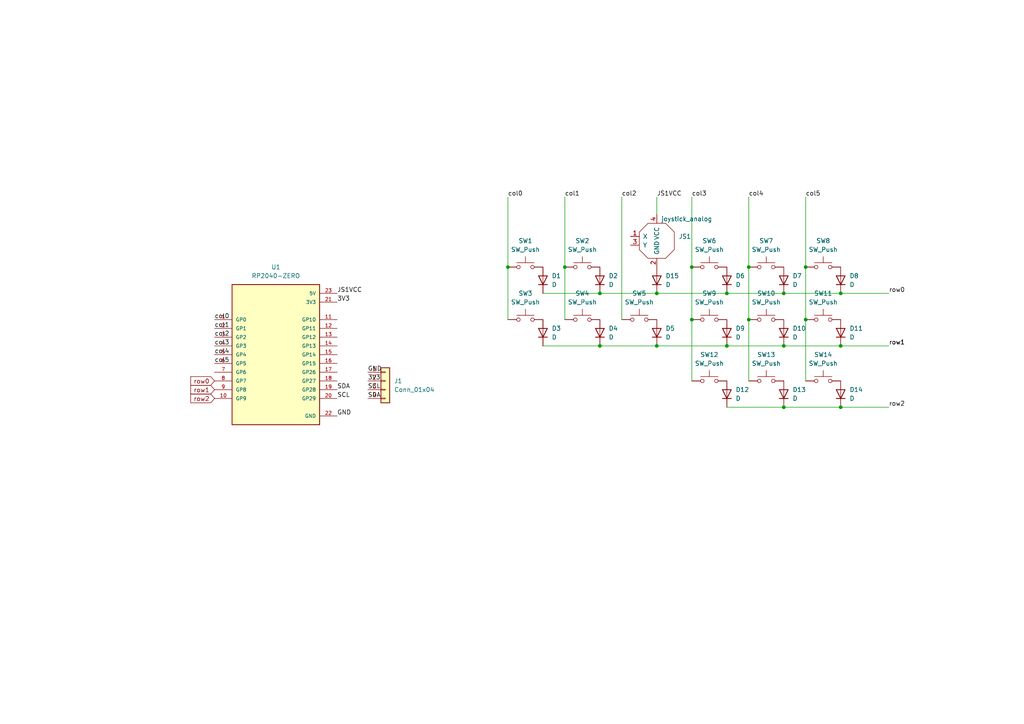
<source format=kicad_sch>
(kicad_sch (version 20250114) (generator "eeschema") (generator_version "9.0")
  (paper "A4")
  (lib_symbols
    (symbol "Connector_Generic:Conn_01x04" (pin_names (offset 1.016) (hide yes))
      (property "Reference" "J" (at 0 5.08 0))
      (property "Value" "Conn_01x04" (at 0 -7.62 0))
      (symbol "Conn_01x04_1_1"
        (rectangle (start -1.27 3.81) (end 1.27 -6.35) (stroke (width 0.254)) (fill (type background)))
        (rectangle (start -1.27 2.667) (end 0 2.413) (stroke (width 0.1524)))
        (rectangle (start -1.27 0.127) (end 0 -0.127) (stroke (width 0.1524)))
        (rectangle (start -1.27 -2.413) (end 0 -2.667) (stroke (width 0.1524)))
        (rectangle (start -1.27 -4.953) (end 0 -5.207) (stroke (width 0.1524)))
        (pin passive line (at -5.08 2.54 0) (length 3.81) (name "Pin_1") (number "1"))
        (pin passive line (at -5.08 0 0) (length 3.81) (name "Pin_2") (number "2"))
        (pin passive line (at -5.08 -2.54 0) (length 3.81) (name "Pin_3") (number "3"))
        (pin passive line (at -5.08 -5.08 0) (length 3.81) (name "Pin_4") (number "4"))
      )
    )
    (symbol "Device:D" (pin_numbers (hide yes)) (pin_names (offset 1.016) (hide yes))
      (property "Reference" "D" (at 0 2.54 0))
      (property "Value" "D" (at 0 -2.54 0))
      (symbol "D_0_1"
        (polyline (pts (xy -1.27 1.27) (xy -1.27 -1.27)) (stroke (width 0.254)))
        (polyline (pts (xy 1.27 1.27) (xy 1.27 -1.27) (xy -1.27 0) (xy 1.27 1.27)) (stroke (width 0.254)))
        (polyline (pts (xy 1.27 0) (xy -1.27 0)))
      )
      (symbol "D_1_1"
        (pin passive line (at -3.81 0 0) (length 2.54) (name "K") (number "1"))
        (pin passive line (at 3.81 0 180) (length 2.54) (name "A") (number "2"))
      )
    )
    (symbol "PCM_marbastlib-various:joystick_analog" (pin_names (offset 1.016))
      (property "Reference" "JS" (at -5.08 5.08 0))
      (property "Value" "joystick_analog" (at -8.89 7.62 0))
      (symbol "joystick_analog_0_1"
        (polyline (pts (xy -5.08 2.54) (xy -5.08 -2.54) (xy -2.54 -5.08) (xy 1.27 -5.08) (xy 2.54 -5.08) (xy 5.08 -2.54) (xy 5.08 2.54) (xy 2.54 5.08) (xy -2.54 5.08) (xy -5.08 2.54)))
      )
      (symbol "joystick_analog_1_1"
        (pin output line (at -7.62 1.27 0) (length 2.54) (name "X") (number "1"))
        (pin output line (at -7.62 -1.27 0) (length 2.54) (name "Y") (number "3"))
        (pin power_in line (at 0 7.62 270) (length 2.54) (name "VCC") (number "4"))
        (pin power_in line (at 0 -7.62 90) (length 2.54) (name "GND") (number "2"))
      )
    )
    (symbol "RP2040-ZERO:RP2040-ZERO" (pin_names (offset 1.016))
      (property "Reference" "U" (at -12.7 21.082 0))
      (property "Value" "RP2040-ZERO" (at -12.7 -22.86 0))
      (symbol "RP2040-ZERO_0_0"
        (rectangle (start -12.7 -20.32) (end 12.7 20.32) (stroke (width 0.254)) (fill (type background)))
        (pin bidirectional line (at -17.78 10.16 0) (length 5.08) (name "GP0") (number "1"))
        (pin bidirectional line (at -17.78 7.62 0) (length 5.08) (name "GP1") (number "2"))
        (pin bidirectional line (at -17.78 5.08 0) (length 5.08) (name "GP2") (number "3"))
        (pin bidirectional line (at -17.78 2.54 0) (length 5.08) (name "GP3") (number "4"))
        (pin bidirectional line (at -17.78 0 0) (length 5.08) (name "GP4") (number "5"))
        (pin bidirectional line (at -17.78 -2.54 0) (length 5.08) (name "GP5") (number "6"))
        (pin bidirectional line (at -17.78 -5.08 0) (length 5.08) (name "GP6") (number "7"))
        (pin bidirectional line (at -17.78 -7.62 0) (length 5.08) (name "GP7") (number "8"))
        (pin bidirectional line (at -17.78 -10.16 0) (length 5.08) (name "GP8") (number "9"))
        (pin bidirectional line (at -17.78 -12.7 0) (length 5.08) (name "GP9") (number "10"))
        (pin power_in line (at 17.78 17.78 180) (length 5.08) (name "5V") (number "23"))
        (pin power_in line (at 17.78 15.24 180) (length 5.08) (name "3V3") (number "21"))
        (pin bidirectional line (at 17.78 10.16 180) (length 5.08) (name "GP10") (number "11"))
        (pin bidirectional line (at 17.78 7.62 180) (length 5.08) (name "GP11") (number "12"))
        (pin bidirectional line (at 17.78 5.08 180) (length 5.08) (name "GP12") (number "13"))
        (pin bidirectional line (at 17.78 2.54 180) (length 5.08) (name "GP13") (number "14"))
        (pin bidirectional line (at 17.78 0 180) (length 5.08) (name "GP14") (number "15"))
        (pin bidirectional line (at 17.78 -2.54 180) (length 5.08) (name "GP15") (number "16"))
        (pin bidirectional line (at 17.78 -5.08 180) (length 5.08) (name "GP26") (number "17"))
        (pin bidirectional line (at 17.78 -7.62 180) (length 5.08) (name "GP27") (number "18"))
        (pin bidirectional line (at 17.78 -10.16 180) (length 5.08) (name "GP28") (number "19"))
        (pin bidirectional line (at 17.78 -12.7 180) (length 5.08) (name "GP29") (number "20"))
        (pin power_in line (at 17.78 -17.78 180) (length 5.08) (name "GND") (number "22"))
      )
    )
    (symbol "Switch:SW_Push" (pin_numbers (hide yes)) (pin_names (offset 1.016) (hide yes))
      (property "Reference" "SW" (at 1.27 2.54 0))
      (property "Value" "SW_Push" (at 0 -1.524 0))
      (symbol "SW_Push_0_1"
        (circle (center -2.032 0) (radius 0.508))
        (polyline (pts (xy 0 1.27) (xy 0 3.048)))
        (circle (center 2.032 0) (radius 0.508))
        (polyline (pts (xy 2.54 1.27) (xy -2.54 1.27)))
        (pin passive line (at -5.08 0 0) (length 2.54) (name "1") (number "1"))
        (pin passive line (at 5.08 0 180) (length 2.54) (name "2") (number "2"))
      )
    )
  )
  (junction (at 243.84 85.09))
  (junction (at 190.5 85.09))
  (junction (at 200.66 77.47))
  (junction (at 227.33 85.09))
  (junction (at 233.68 77.47))
  (junction (at 217.17 77.47))
  (junction (at 163.83 77.47))
  (junction (at 173.99 100.33))
  (junction (at 200.66 92.71))
  (junction (at 190.5 100.33))
  (junction (at 147.32 77.47))
  (junction (at 227.33 100.33))
  (junction (at 210.82 85.09))
  (junction (at 173.99 85.09))
  (junction (at 227.33 118.11))
  (junction (at 210.82 100.33))
  (junction (at 217.17 92.71))
  (junction (at 243.84 118.11))
  (junction (at 243.84 100.33))
  (junction (at 233.68 92.71))
  (wire (pts (xy 243.84 85.09) (xy 257.81 85.09)))
  (wire (pts (xy 243.84 100.33) (xy 257.81 100.33)))
  (wire (pts (xy 227.33 85.09) (xy 243.84 85.09)))
  (wire (pts (xy 173.99 100.33) (xy 157.48 100.33)))
  (wire (pts (xy 233.68 77.47) (xy 233.68 92.71)))
  (wire (pts (xy 233.68 57.15) (xy 233.68 77.47)))
  (wire (pts (xy 200.66 57.15) (xy 200.66 77.47)))
  (wire (pts (xy 163.83 77.47) (xy 163.83 92.71)))
  (wire (pts (xy 233.68 92.71) (xy 233.68 110.49)))
  (wire (pts (xy 200.66 92.71) (xy 200.66 110.49)))
  (wire (pts (xy 243.84 118.11) (xy 257.81 118.11)))
  (wire (pts (xy 180.34 57.15) (xy 180.34 92.71)))
  (wire (pts (xy 210.82 100.33) (xy 227.33 100.33)))
  (wire (pts (xy 210.82 85.09) (xy 227.33 85.09)))
  (wire (pts (xy 210.82 118.11) (xy 227.33 118.11)))
  (wire (pts (xy 217.17 57.15) (xy 217.17 77.47)))
  (wire (pts (xy 190.5 85.09) (xy 210.82 85.09)))
  (wire (pts (xy 173.99 85.09) (xy 190.5 85.09)))
  (wire (pts (xy 190.5 57.15) (xy 190.5 62.23)))
  (wire (pts (xy 147.32 57.15) (xy 147.32 77.47)))
  (wire (pts (xy 190.5 100.33) (xy 210.82 100.33)))
  (wire (pts (xy 163.83 57.15) (xy 163.83 77.47)))
  (wire (pts (xy 217.17 92.71) (xy 217.17 110.49)))
  (wire (pts (xy 200.66 77.47) (xy 200.66 92.71)))
  (wire (pts (xy 173.99 100.33) (xy 190.5 100.33)))
  (wire (pts (xy 147.32 77.47) (xy 147.32 92.71)))
  (wire (pts (xy 227.33 100.33) (xy 243.84 100.33)))
  (wire (pts (xy 217.17 77.47) (xy 217.17 92.71)))
  (wire (pts (xy 157.48 85.09) (xy 173.99 85.09)))
  (wire (pts (xy 227.33 118.11) (xy 243.84 118.11)))
  (label "3V3" (at 106.68 110.49 0))
  (label "row1" (at 257.81 100.33 0))
  (label "SCL" (at 106.68 113.03 0))
  (label "col2" (at 62.23 97.79 0))
  (label "JS1VCC" (at 97.79 85.09 0))
  (label "col1" (at 163.83 57.15 0))
  (label "SCL" (at 97.79 115.57 0))
  (label "JS1VCC" (at 190.5 57.15 0))
  (label "col4" (at 62.23 102.87 0))
  (label "SDA" (at 106.68 115.57 0))
  (label "row0" (at 257.81 85.09 0))
  (label "col0" (at 62.23 92.71 0))
  (label "col1" (at 62.23 95.25 0))
  (label "row2" (at 257.81 118.11 0))
  (label "col0" (at 147.32 57.15 0))
  (label "col3" (at 200.66 57.15 0))
  (label "3V3" (at 97.79 87.63 0))
  (label "col5" (at 233.68 57.15 0))
  (label "col3" (at 62.23 100.33 0))
  (label "row1" (at 257.81 100.33 0))
  (label "GND" (at 97.79 120.65 0))
  (label "col2" (at 180.34 57.15 0))
  (label "GND" (at 106.68 107.95 0))
  (label "col5" (at 62.23 105.41 0))
  (label "SDA" (at 97.79 113.03 0))
  (label "col4" (at 217.17 57.15 0))
  (global_label "row2" (shape input) (at 62.23 115.57 180) (property "Intersheetrefs" "${INTERSHEET_REFS}" (effects (hide yes))))
  (global_label "row1" (shape input) (at 62.23 113.03 180) (property "Intersheetrefs" "${INTERSHEET_REFS}" (effects (hide yes))))
  (global_label "row0" (shape input) (at 62.23 110.49 180) (property "Intersheetrefs" "${INTERSHEET_REFS}" (effects (hide yes))))
  (symbol (lib_id "Switch:SW_Push") (at 222.25 77.47 0) (unit 1)
    (property "Reference" "SW7" (at 222.25 69.85 0))
    (property "Value" "SW_Push" (at 222.25 72.39 0))
    (property "Footprint" "Button_Switch_Keyboard:SW_Cherry_MX_1.00u_PCB" (effects (hide yes)))
    (property "Description" "Push button switch, generic, two pins" (effects (hide yes)))
  )
  (symbol (lib_id "Device:D") (at 157.48 96.52 90) (unit 1)
    (property "Reference" "D3" (at 160.02 95.2499 90) (effects (justify right)))
    (property "Value" "D" (at 160.02 97.7899 90) (effects (justify right)))
    (property "Footprint" "Diode_THT:D_DO-35_SOD27_P7.62mm_Horizontal" (effects (hide yes)))
    (property "Description" "Diode" (effects (hide yes)))
    (property "Sim.Device" "D" (effects (hide yes)))
    (property "Sim.Pins" "1=K 2=A" (effects (hide yes)))
  )
  (symbol (lib_id "Device:D") (at 227.33 96.52 90) (unit 1)
    (property "Reference" "D10" (at 229.87 95.2499 90) (effects (justify right)))
    (property "Value" "D" (at 229.87 97.7899 90) (effects (justify right)))
    (property "Footprint" "Diode_THT:D_DO-35_SOD27_P7.62mm_Horizontal" (effects (hide yes)))
    (property "Description" "Diode" (effects (hide yes)))
    (property "Sim.Device" "D" (effects (hide yes)))
    (property "Sim.Pins" "1=K 2=A" (effects (hide yes)))
  )
  (symbol (lib_id "Connector_Generic:Conn_01x04") (at 111.76 110.49 0) (unit 1)
    (property "Reference" "J1" (at 114.3 110.4899 0) (effects (justify left)))
    (property "Value" "Conn_01x04" (at 114.3 113.0299 0) (effects (justify left)))
    (property "Footprint" "Connector_PinHeader_2.54mm:PinHeader_1x04_P2.54mm_Horizontal" (effects (hide yes)))
    (property "Description" "Generic connector, single row, 01x04, script generated (kicad-library-utils/schlib/autogen/connector/)" (effects (hide yes)))
  )
  (symbol (lib_id "Switch:SW_Push") (at 205.74 110.49 0) (unit 1)
    (property "Reference" "SW12" (at 205.74 102.87 0))
    (property "Value" "SW_Push" (at 205.74 105.41 0))
    (property "Footprint" "Button_Switch_Keyboard:SW_Cherry_MX_1.00u_PCB" (effects (hide yes)))
    (property "Description" "Push button switch, generic, two pins" (effects (hide yes)))
  )
  (symbol (lib_id "Switch:SW_Push") (at 168.91 92.71 0) (unit 1)
    (property "Reference" "SW4" (at 168.91 85.09 0))
    (property "Value" "SW_Push" (at 168.91 87.63 0))
    (property "Footprint" "Button_Switch_Keyboard:SW_Cherry_MX_1.00u_PCB" (effects (hide yes)))
    (property "Description" "Push button switch, generic, two pins" (effects (hide yes)))
  )
  (symbol (lib_id "Device:D") (at 227.33 81.28 90) (unit 1)
    (property "Reference" "D7" (at 229.87 80.0099 90) (effects (justify right)))
    (property "Value" "D" (at 229.87 82.5499 90) (effects (justify right)))
    (property "Footprint" "Diode_THT:D_DO-35_SOD27_P7.62mm_Horizontal" (effects (hide yes)))
    (property "Description" "Diode" (effects (hide yes)))
    (property "Sim.Device" "D" (effects (hide yes)))
    (property "Sim.Pins" "1=K 2=A" (effects (hide yes)))
  )
  (symbol (lib_id "Switch:SW_Push") (at 222.25 92.71 0) (unit 1)
    (property "Reference" "SW10" (at 222.25 85.09 0))
    (property "Value" "SW_Push" (at 222.25 87.63 0))
    (property "Footprint" "Button_Switch_Keyboard:SW_Cherry_MX_1.00u_PCB" (effects (hide yes)))
    (property "Description" "Push button switch, generic, two pins" (effects (hide yes)))
  )
  (symbol (lib_id "Switch:SW_Push") (at 205.74 92.71 0) (unit 1)
    (property "Reference" "SW9" (at 205.74 85.09 0))
    (property "Value" "SW_Push" (at 205.74 87.63 0))
    (property "Footprint" "Button_Switch_Keyboard:SW_Cherry_MX_1.00u_PCB" (effects (hide yes)))
    (property "Description" "Push button switch, generic, two pins" (effects (hide yes)))
  )
  (symbol (lib_id "Device:D") (at 210.82 96.52 90) (unit 1)
    (property "Reference" "D9" (at 213.36 95.2499 90) (effects (justify right)))
    (property "Value" "D" (at 213.36 97.7899 90) (effects (justify right)))
    (property "Footprint" "Diode_THT:D_DO-35_SOD27_P7.62mm_Horizontal" (effects (hide yes)))
    (property "Description" "Diode" (effects (hide yes)))
    (property "Sim.Device" "D" (effects (hide yes)))
    (property "Sim.Pins" "1=K 2=A" (effects (hide yes)))
  )
  (symbol (lib_id "Device:D") (at 190.5 96.52 90) (unit 1)
    (property "Reference" "D5" (at 193.04 95.2499 90) (effects (justify right)))
    (property "Value" "D" (at 193.04 97.7899 90) (effects (justify right)))
    (property "Footprint" "Diode_THT:D_DO-35_SOD27_P7.62mm_Horizontal" (effects (hide yes)))
    (property "Description" "Diode" (effects (hide yes)))
    (property "Sim.Device" "D" (effects (hide yes)))
    (property "Sim.Pins" "1=K 2=A" (effects (hide yes)))
  )
  (symbol (lib_id "Device:D") (at 173.99 96.52 90) (unit 1)
    (property "Reference" "D4" (at 176.53 95.2499 90) (effects (justify right)))
    (property "Value" "D" (at 176.53 97.7899 90) (effects (justify right)))
    (property "Footprint" "Diode_THT:D_DO-35_SOD27_P7.62mm_Horizontal" (effects (hide yes)))
    (property "Description" "Diode" (effects (hide yes)))
    (property "Sim.Device" "D" (effects (hide yes)))
    (property "Sim.Pins" "1=K 2=A" (effects (hide yes)))
  )
  (symbol (lib_id "Device:D") (at 190.5 81.28 90) (unit 1)
    (property "Reference" "D15" (at 193.04 80.0099 90) (effects (justify right)))
    (property "Value" "D" (at 193.04 82.5499 90) (effects (justify right)))
    (property "Footprint" "Diode_THT:D_DO-35_SOD27_P7.62mm_Horizontal" (effects (hide yes)))
    (property "Description" "Diode" (effects (hide yes)))
    (property "Sim.Device" "D" (effects (hide yes)))
    (property "Sim.Pins" "1=K 2=A" (effects (hide yes)))
  )
  (symbol (lib_id "Switch:SW_Push") (at 238.76 92.71 0) (unit 1)
    (property "Reference" "SW11" (at 238.76 85.09 0))
    (property "Value" "SW_Push" (at 238.76 87.63 0))
    (property "Footprint" "Button_Switch_Keyboard:SW_Cherry_MX_1.00u_PCB" (effects (hide yes)))
    (property "Description" "Push button switch, generic, two pins" (effects (hide yes)))
  )
  (symbol (lib_id "Switch:SW_Push") (at 238.76 110.49 0) (unit 1)
    (property "Reference" "SW14" (at 238.76 102.87 0))
    (property "Value" "SW_Push" (at 238.76 105.41 0))
    (property "Footprint" "Button_Switch_Keyboard:SW_Cherry_MX_1.00u_PCB" (effects (hide yes)))
    (property "Description" "Push button switch, generic, two pins" (effects (hide yes)))
  )
  (symbol (lib_id "Device:D") (at 210.82 81.28 90) (unit 1)
    (property "Reference" "D6" (at 213.36 80.0099 90) (effects (justify right)))
    (property "Value" "D" (at 213.36 82.5499 90) (effects (justify right)))
    (property "Footprint" "Diode_THT:D_DO-35_SOD27_P7.62mm_Horizontal" (effects (hide yes)))
    (property "Description" "Diode" (effects (hide yes)))
    (property "Sim.Device" "D" (effects (hide yes)))
    (property "Sim.Pins" "1=K 2=A" (effects (hide yes)))
  )
  (symbol (lib_id "Switch:SW_Push") (at 238.76 77.47 0) (unit 1)
    (property "Reference" "SW8" (at 238.76 69.85 0))
    (property "Value" "SW_Push" (at 238.76 72.39 0))
    (property "Footprint" "Button_Switch_Keyboard:SW_Cherry_MX_1.00u_PCB" (effects (hide yes)))
    (property "Description" "Push button switch, generic, two pins" (effects (hide yes)))
  )
  (symbol (lib_id "Device:D") (at 157.48 81.28 90) (unit 1)
    (property "Reference" "D1" (at 160.02 80.0099 90) (effects (justify right)))
    (property "Value" "D" (at 160.02 82.5499 90) (effects (justify right)))
    (property "Footprint" "Diode_THT:D_DO-35_SOD27_P7.62mm_Horizontal" (effects (hide yes)))
    (property "Description" "Diode" (effects (hide yes)))
    (property "Sim.Device" "D" (effects (hide yes)))
    (property "Sim.Pins" "1=K 2=A" (effects (hide yes)))
  )
  (symbol (lib_id "Switch:SW_Push") (at 152.4 92.71 0) (unit 1)
    (property "Reference" "SW3" (at 152.4 85.09 0))
    (property "Value" "SW_Push" (at 152.4 87.63 0))
    (property "Footprint" "Button_Switch_Keyboard:SW_Cherry_MX_1.00u_PCB" (effects (hide yes)))
    (property "Description" "Push button switch, generic, two pins" (effects (hide yes)))
  )
  (symbol (lib_id "RP2040-ZERO:RP2040-ZERO") (at 80.01 102.87 0) (unit 1)
    (property "Reference" "U1" (at 80.01 77.47 0))
    (property "Value" "RP2040-ZERO" (at 80.01 80.01 0))
    (property "Footprint" "RP2040-ZERO:MODULE_RP2040-ZERO" (effects (hide yes)))
    (property "MF" "Waveshare Electronics" (effects (hide yes)))
    (property "MAXIMUM_PACKAGE_HEIGHT" "5.35mm" (effects (hide yes)))
    (property "Package" "Package" (effects (hide yes)))
    (property "Price" "None" (effects (hide yes)))
    (property "Check_prices" "https://www.snapeda.com/parts/RP2040-ZERO/Waveshare+Electronics/view-part/?ref=eda" (effects (hide yes)))
    (property "STANDARD" "Manufacturer Recommendations" (effects (hide yes)))
    (property "PARTREV" "NA" (effects (hide yes)))
    (property "SnapEDA_Link" "https://www.snapeda.com/parts/RP2040-ZERO/Waveshare+Electronics/view-part/?ref=snap" (effects (hide yes)))
    (property "MP" "RP2040-ZERO" (effects (hide yes)))
    (property "Description_1" "Low-Cost, High-Performance Pico-Like MCU Board Based On Raspberry Pi Microcontroller RP2040" (effects (hide yes)))
    (property "Availability" "Not in stock" (effects (hide yes)))
    (property "MANUFACTURER" "Waveshare" (effects (hide yes)))
  )
  (symbol (lib_id "Device:D") (at 173.99 81.28 90) (unit 1)
    (property "Reference" "D2" (at 176.53 80.0099 90) (effects (justify right)))
    (property "Value" "D" (at 176.53 82.5499 90) (effects (justify right)))
    (property "Footprint" "Diode_THT:D_DO-35_SOD27_P7.62mm_Horizontal" (effects (hide yes)))
    (property "Description" "Diode" (effects (hide yes)))
    (property "Sim.Device" "D" (effects (hide yes)))
    (property "Sim.Pins" "1=K 2=A" (effects (hide yes)))
  )
  (symbol (lib_id "Switch:SW_Push") (at 168.91 77.47 0) (unit 1)
    (property "Reference" "SW2" (at 168.91 69.85 0))
    (property "Value" "SW_Push" (at 168.91 72.39 0))
    (property "Footprint" "Button_Switch_Keyboard:SW_Cherry_MX_1.00u_PCB" (effects (hide yes)))
    (property "Description" "Push button switch, generic, two pins" (effects (hide yes)))
  )
  (symbol (lib_id "Switch:SW_Push") (at 152.4 77.47 0) (unit 1)
    (property "Reference" "SW1" (at 152.4 69.85 0))
    (property "Value" "SW_Push" (at 152.4 72.39 0))
    (property "Footprint" "Button_Switch_Keyboard:SW_Cherry_MX_1.00u_PCB" (effects (hide yes)))
    (property "Description" "Push button switch, generic, two pins" (effects (hide yes)))
  )
  (symbol (lib_id "PCM_marbastlib-various:joystick_analog") (at 190.5 69.85 0) (unit 1)
    (property "Reference" "JS1" (at 196.85 68.5799 0) (effects (justify left)))
    (property "Value" "joystick_analog" (at 191.77 63.5 0) (effects (justify left)))
    (property "Footprint" "joy:SW_SKRHABE010_SMD" (effects (hide yes)))
  )
  (symbol (lib_id "Switch:SW_Push") (at 205.74 77.47 0) (unit 1)
    (property "Reference" "SW6" (at 205.74 69.85 0))
    (property "Value" "SW_Push" (at 205.74 72.39 0))
    (property "Footprint" "Button_Switch_Keyboard:SW_Cherry_MX_1.00u_PCB" (effects (hide yes)))
    (property "Description" "Push button switch, generic, two pins" (effects (hide yes)))
  )
  (symbol (lib_id "Device:D") (at 243.84 81.28 90) (unit 1)
    (property "Reference" "D8" (at 246.38 80.0099 90) (effects (justify right)))
    (property "Value" "D" (at 246.38 82.5499 90) (effects (justify right)))
    (property "Footprint" "Diode_THT:D_DO-35_SOD27_P7.62mm_Horizontal" (effects (hide yes)))
    (property "Description" "Diode" (effects (hide yes)))
    (property "Sim.Device" "D" (effects (hide yes)))
    (property "Sim.Pins" "1=K 2=A" (effects (hide yes)))
  )
  (symbol (lib_id "Switch:SW_Push") (at 185.42 92.71 0) (unit 1)
    (property "Reference" "SW5" (at 185.42 85.09 0))
    (property "Value" "SW_Push" (at 185.42 87.63 0))
    (property "Footprint" "Button_Switch_Keyboard:SW_Cherry_MX_1.00u_PCB" (effects (hide yes)))
    (property "Description" "Push button switch, generic, two pins" (effects (hide yes)))
  )
  (symbol (lib_id "Device:D") (at 227.33 114.3 90) (unit 1)
    (property "Reference" "D13" (at 229.87 113.0299 90) (effects (justify right)))
    (property "Value" "D" (at 229.87 115.5699 90) (effects (justify right)))
    (property "Footprint" "Diode_THT:D_DO-35_SOD27_P7.62mm_Horizontal" (effects (hide yes)))
    (property "Description" "Diode" (effects (hide yes)))
    (property "Sim.Device" "D" (effects (hide yes)))
    (property "Sim.Pins" "1=K 2=A" (effects (hide yes)))
  )
  (symbol (lib_id "Switch:SW_Push") (at 222.25 110.49 0) (unit 1)
    (property "Reference" "SW13" (at 222.25 102.87 0))
    (property "Value" "SW_Push" (at 222.25 105.41 0))
    (property "Footprint" "Button_Switch_Keyboard:SW_Cherry_MX_1.00u_PCB" (effects (hide yes)))
    (property "Description" "Push button switch, generic, two pins" (effects (hide yes)))
  )
  (symbol (lib_id "Device:D") (at 243.84 114.3 90) (unit 1)
    (property "Reference" "D14" (at 246.38 113.0299 90) (effects (justify right)))
    (property "Value" "D" (at 246.38 115.5699 90) (effects (justify right)))
    (property "Footprint" "Diode_THT:D_DO-35_SOD27_P7.62mm_Horizontal" (effects (hide yes)))
    (property "Description" "Diode" (effects (hide yes)))
    (property "Sim.Device" "D" (effects (hide yes)))
    (property "Sim.Pins" "1=K 2=A" (effects (hide yes)))
  )
  (symbol (lib_id "Device:D") (at 243.84 96.52 90) (unit 1)
    (property "Reference" "D11" (at 246.38 95.2499 90) (effects (justify right)))
    (property "Value" "D" (at 246.38 97.7899 90) (effects (justify right)))
    (property "Footprint" "Diode_THT:D_DO-35_SOD27_P7.62mm_Horizontal" (effects (hide yes)))
    (property "Description" "Diode" (effects (hide yes)))
    (property "Sim.Device" "D" (effects (hide yes)))
    (property "Sim.Pins" "1=K 2=A" (effects (hide yes)))
  )
  (symbol (lib_id "Device:D") (at 210.82 114.3 90) (unit 1)
    (property "Reference" "D12" (at 213.36 113.0299 90) (effects (justify right)))
    (property "Value" "D" (at 213.36 115.5699 90) (effects (justify right)))
    (property "Footprint" "Diode_THT:D_DO-35_SOD27_P7.62mm_Horizontal" (effects (hide yes)))
    (property "Description" "Diode" (effects (hide yes)))
    (property "Sim.Device" "D" (effects (hide yes)))
    (property "Sim.Pins" "1=K 2=A" (effects (hide yes)))
  )
)
</source>
